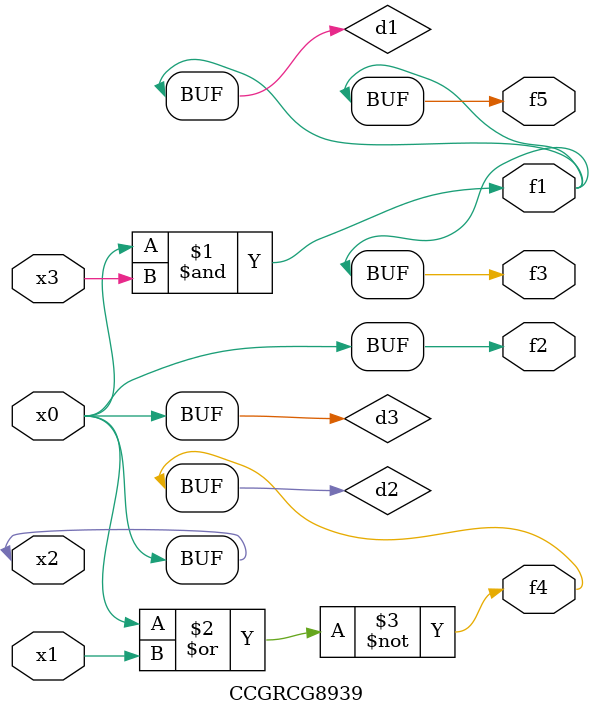
<source format=v>
module CCGRCG8939(
	input x0, x1, x2, x3,
	output f1, f2, f3, f4, f5
);

	wire d1, d2, d3;

	and (d1, x2, x3);
	nor (d2, x0, x1);
	buf (d3, x0, x2);
	assign f1 = d1;
	assign f2 = d3;
	assign f3 = d1;
	assign f4 = d2;
	assign f5 = d1;
endmodule

</source>
